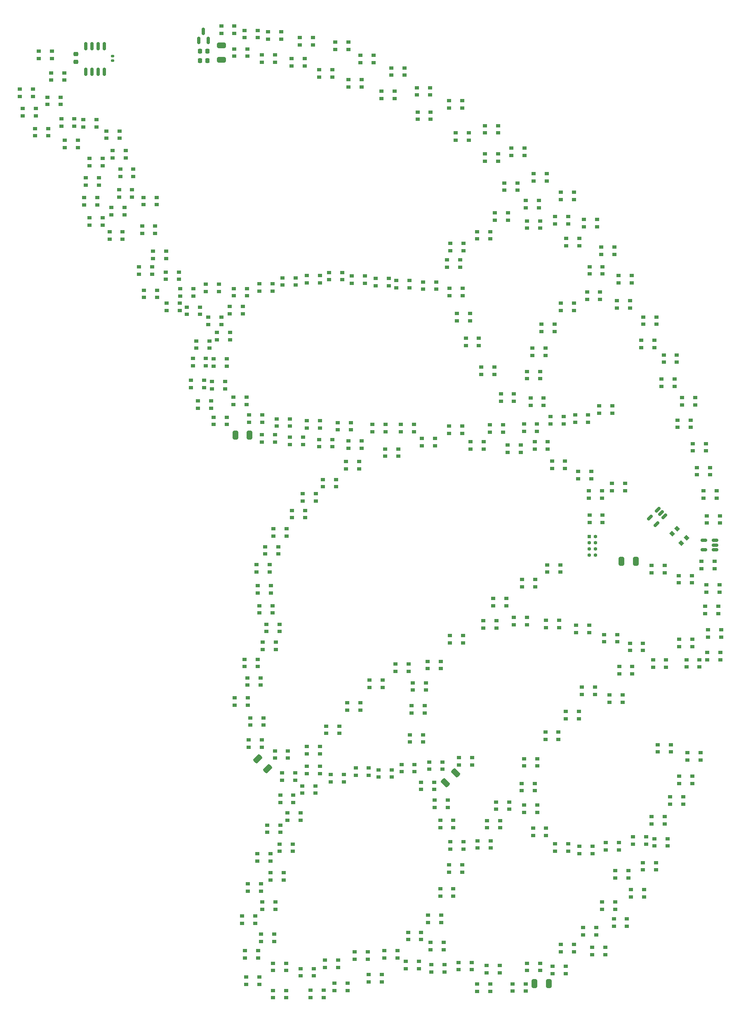
<source format=gbr>
%TF.GenerationSoftware,KiCad,Pcbnew,(6.99.0-3809-g2741d0eb4b)*%
%TF.CreationDate,2022-10-21T00:36:24-04:00*%
%TF.ProjectId,PortWing,506f7274-5769-46e6-972e-6b696361645f,rev?*%
%TF.SameCoordinates,Original*%
%TF.FileFunction,Paste,Top*%
%TF.FilePolarity,Positive*%
%FSLAX46Y46*%
G04 Gerber Fmt 4.6, Leading zero omitted, Abs format (unit mm)*
G04 Created by KiCad (PCBNEW (6.99.0-3809-g2741d0eb4b)) date 2022-10-21 00:36:24*
%MOMM*%
%LPD*%
G01*
G04 APERTURE LIST*
G04 Aperture macros list*
%AMRoundRect*
0 Rectangle with rounded corners*
0 $1 Rounding radius*
0 $2 $3 $4 $5 $6 $7 $8 $9 X,Y pos of 4 corners*
0 Add a 4 corners polygon primitive as box body*
4,1,4,$2,$3,$4,$5,$6,$7,$8,$9,$2,$3,0*
0 Add four circle primitives for the rounded corners*
1,1,$1+$1,$2,$3*
1,1,$1+$1,$4,$5*
1,1,$1+$1,$6,$7*
1,1,$1+$1,$8,$9*
0 Add four rect primitives between the rounded corners*
20,1,$1+$1,$2,$3,$4,$5,0*
20,1,$1+$1,$4,$5,$6,$7,0*
20,1,$1+$1,$6,$7,$8,$9,0*
20,1,$1+$1,$8,$9,$2,$3,0*%
%AMRotRect*
0 Rectangle, with rotation*
0 The origin of the aperture is its center*
0 $1 length*
0 $2 width*
0 $3 Rotation angle, in degrees counterclockwise*
0 Add horizontal line*
21,1,$1,$2,0,0,$3*%
G04 Aperture macros list end*
%ADD10R,0.900000X0.750000*%
%ADD11RotRect,0.900000X0.750000X135.000000*%
%ADD12R,0.750000X0.750000*%
%ADD13O,0.750000X0.750000*%
%ADD14RoundRect,0.250000X-0.650000X0.325000X-0.650000X-0.325000X0.650000X-0.325000X0.650000X0.325000X0*%
%ADD15RoundRect,0.150000X0.256326X0.468458X-0.468458X-0.256326X-0.256326X-0.468458X0.468458X0.256326X0*%
%ADD16RoundRect,0.150000X0.150000X-0.587500X0.150000X0.587500X-0.150000X0.587500X-0.150000X-0.587500X0*%
%ADD17RoundRect,0.225000X0.250000X-0.225000X0.250000X0.225000X-0.250000X0.225000X-0.250000X-0.225000X0*%
%ADD18RoundRect,0.250000X-0.325000X-0.650000X0.325000X-0.650000X0.325000X0.650000X-0.325000X0.650000X0*%
%ADD19RoundRect,0.250000X-0.229810X0.689429X-0.689429X0.229810X0.229810X-0.689429X0.689429X-0.229810X0*%
%ADD20RoundRect,0.250000X0.325000X0.650000X-0.325000X0.650000X-0.325000X-0.650000X0.325000X-0.650000X0*%
%ADD21RoundRect,0.150000X0.150000X-0.675000X0.150000X0.675000X-0.150000X0.675000X-0.150000X-0.675000X0*%
%ADD22RoundRect,0.150000X0.512500X0.150000X-0.512500X0.150000X-0.512500X-0.150000X0.512500X-0.150000X0*%
%ADD23RoundRect,0.140000X-0.170000X0.140000X-0.170000X-0.140000X0.170000X-0.140000X0.170000X0.140000X0*%
%ADD24RoundRect,0.250000X0.689429X0.229810X0.229810X0.689429X-0.689429X-0.229810X-0.229810X-0.689429X0*%
%ADD25RoundRect,0.225000X0.225000X0.250000X-0.225000X0.250000X-0.225000X-0.250000X0.225000X-0.250000X0*%
G04 APERTURE END LIST*
D10*
%TO.C,D187*%
X-273049999Y-1749999D03*
X-273049999Y-3249999D03*
X-270349999Y-3249999D03*
X-270349999Y-1749999D03*
%TD*%
%TO.C,D213*%
X-281508892Y-55676392D03*
X-281508892Y-57176392D03*
X-278808892Y-57176392D03*
X-278808892Y-55676392D03*
%TD*%
%TO.C,D37*%
X-205008892Y-194776392D03*
X-205008892Y-196276392D03*
X-202308892Y-196276392D03*
X-202308892Y-194776392D03*
%TD*%
%TO.C,D94*%
X-233708892Y-136576392D03*
X-233708892Y-138076392D03*
X-231008892Y-138076392D03*
X-231008892Y-136576392D03*
%TD*%
%TO.C,D241*%
X-249149999Y-83149999D03*
X-249149999Y-84649999D03*
X-246449999Y-84649999D03*
X-246449999Y-83149999D03*
%TD*%
%TO.C,D199*%
X-293799999Y-31099999D03*
X-293799999Y-32599999D03*
X-291099999Y-32599999D03*
X-291099999Y-31099999D03*
%TD*%
%TO.C,D102*%
X-262049999Y-150549999D03*
X-262049999Y-152049999D03*
X-259349999Y-152049999D03*
X-259349999Y-150549999D03*
%TD*%
%TO.C,D78*%
X-229249999Y-160649999D03*
X-229249999Y-162149999D03*
X-226549999Y-162149999D03*
X-226549999Y-160649999D03*
%TD*%
%TO.C,D216*%
X-280108892Y-59449999D03*
X-280108892Y-60949999D03*
X-277408892Y-60949999D03*
X-277408892Y-59449999D03*
%TD*%
%TO.C,D30*%
X-192149999Y-175149999D03*
X-192149999Y-176649999D03*
X-189449999Y-176649999D03*
X-189449999Y-175149999D03*
%TD*%
%TO.C,D82*%
X-228099999Y-178899999D03*
X-228099999Y-180399999D03*
X-225399999Y-180399999D03*
X-225399999Y-178899999D03*
%TD*%
%TO.C,D153*%
X-176208892Y-87476392D03*
X-176208892Y-88976392D03*
X-173508892Y-88976392D03*
X-173508892Y-87476392D03*
%TD*%
%TO.C,D12*%
X-198999999Y-137499999D03*
X-198999999Y-138999999D03*
X-196299999Y-138999999D03*
X-196299999Y-137499999D03*
%TD*%
%TO.C,D47*%
X-239549999Y-191599999D03*
X-239549999Y-193099999D03*
X-236849999Y-193099999D03*
X-236849999Y-191599999D03*
%TD*%
%TO.C,D45*%
X-234699999Y-187799999D03*
X-234699999Y-189299999D03*
X-231999999Y-189299999D03*
X-231999999Y-187799999D03*
%TD*%
%TO.C,D233*%
X-224649999Y-60749999D03*
X-224649999Y-62249999D03*
X-221949999Y-62249999D03*
X-221949999Y-60749999D03*
%TD*%
%TO.C,D253*%
X-274608892Y-70076392D03*
X-274608892Y-71576392D03*
X-271908892Y-71576392D03*
X-271908892Y-70076392D03*
%TD*%
%TO.C,D107*%
X-268249999Y-131749999D03*
X-268249999Y-133249999D03*
X-265549999Y-133249999D03*
X-265549999Y-131749999D03*
%TD*%
%TO.C,D152*%
X-179349999Y-82649999D03*
X-179349999Y-84149999D03*
X-176649999Y-84149999D03*
X-176649999Y-82649999D03*
%TD*%
%TO.C,D196*%
X-305199999Y-25199999D03*
X-305199999Y-26699999D03*
X-302499999Y-26699999D03*
X-302499999Y-25199999D03*
%TD*%
%TO.C,D159*%
X-195049999Y-47149999D03*
X-195049999Y-48649999D03*
X-192349999Y-48649999D03*
X-192349999Y-47149999D03*
%TD*%
%TO.C,D85*%
X-218449999Y-164849999D03*
X-218449999Y-166349999D03*
X-215749999Y-166349999D03*
X-215749999Y-164849999D03*
%TD*%
%TO.C,D53*%
X-256749999Y-195249999D03*
X-256749999Y-196749999D03*
X-254049999Y-196749999D03*
X-254049999Y-195249999D03*
%TD*%
%TO.C,D20*%
X-199549999Y-170149999D03*
X-199549999Y-171649999D03*
X-196849999Y-171649999D03*
X-196849999Y-170149999D03*
%TD*%
%TO.C,D206*%
X-300099999Y-41099999D03*
X-300099999Y-42599999D03*
X-297399999Y-42599999D03*
X-297399999Y-41099999D03*
%TD*%
%TO.C,D251*%
X-279249999Y-74499999D03*
X-279249999Y-75999999D03*
X-276549999Y-75999999D03*
X-276549999Y-74499999D03*
%TD*%
%TO.C,D170*%
X-218899999Y-22199999D03*
X-218899999Y-23699999D03*
X-216199999Y-23699999D03*
X-216199999Y-22199999D03*
%TD*%
%TO.C,D165*%
X-203349999Y-35899999D03*
X-203349999Y-37399999D03*
X-200649999Y-37399999D03*
X-200649999Y-35899999D03*
%TD*%
%TO.C,D116*%
X-256349999Y-97749999D03*
X-256349999Y-99249999D03*
X-253649999Y-99249999D03*
X-253649999Y-97749999D03*
%TD*%
%TO.C,D119*%
X-226249999Y-83849999D03*
X-226249999Y-85349999D03*
X-223549999Y-85349999D03*
X-223549999Y-83849999D03*
%TD*%
%TO.C,D62*%
X-262949999Y-175549999D03*
X-262949999Y-177049999D03*
X-260249999Y-177049999D03*
X-260249999Y-175549999D03*
%TD*%
%TO.C,D249*%
X-274649999Y-82049999D03*
X-274649999Y-83549999D03*
X-271949999Y-83549999D03*
X-271949999Y-82049999D03*
%TD*%
%TO.C,D86*%
X-216649999Y-161049999D03*
X-216649999Y-162549999D03*
X-213949999Y-162549999D03*
X-213949999Y-161049999D03*
%TD*%
%TO.C,D44*%
X-230108892Y-189876392D03*
X-230108892Y-191376392D03*
X-227408892Y-191376392D03*
X-227408892Y-189876392D03*
%TD*%
%TO.C,D14*%
X-206508892Y-146676392D03*
X-206508892Y-148176392D03*
X-203808892Y-148176392D03*
X-203808892Y-146676392D03*
%TD*%
%TO.C,D76*%
X-230349999Y-152849999D03*
X-230349999Y-154349999D03*
X-227649999Y-154349999D03*
X-227649999Y-152849999D03*
%TD*%
%TO.C,D68*%
X-256449999Y-157749999D03*
X-256449999Y-159249999D03*
X-253749999Y-159249999D03*
X-253749999Y-157749999D03*
%TD*%
%TO.C,D66*%
X-259499999Y-163299999D03*
X-259499999Y-164799999D03*
X-256799999Y-164799999D03*
X-256799999Y-163299999D03*
%TD*%
%TO.C,D163*%
X-210249999Y-41749999D03*
X-210249999Y-43249999D03*
X-207549999Y-43249999D03*
X-207549999Y-41749999D03*
%TD*%
%TO.C,D61*%
X-267608892Y-177876392D03*
X-267608892Y-179376392D03*
X-264908892Y-179376392D03*
X-264908892Y-177876392D03*
%TD*%
%TO.C,D195*%
X-301399999Y-20999999D03*
X-301399999Y-22499999D03*
X-298699999Y-22499999D03*
X-298699999Y-20999999D03*
%TD*%
%TO.C,D115*%
X-258499999Y-101199999D03*
X-258499999Y-102699999D03*
X-255799999Y-102699999D03*
X-255799999Y-101199999D03*
%TD*%
%TO.C,D96*%
X-234349999Y-147249999D03*
X-234349999Y-148749999D03*
X-231649999Y-148749999D03*
X-231649999Y-147249999D03*
%TD*%
%TO.C,D227*%
X-231608892Y-54276392D03*
X-231608892Y-55776392D03*
X-228908892Y-55776392D03*
X-228908892Y-54276392D03*
%TD*%
%TO.C,D9*%
X-189149999Y-128449999D03*
X-189149999Y-129949999D03*
X-186449999Y-129949999D03*
X-186449999Y-128449999D03*
%TD*%
%TO.C,D124*%
X-208708892Y-87076392D03*
X-208708892Y-88576392D03*
X-206008892Y-88576392D03*
X-206008892Y-87076392D03*
%TD*%
%TO.C,D70*%
X-255499999Y-153699999D03*
X-255499999Y-155199999D03*
X-252799999Y-155199999D03*
X-252799999Y-153699999D03*
%TD*%
%TO.C,D198*%
X-295399999Y-27299999D03*
X-295399999Y-28799999D03*
X-292699999Y-28799999D03*
X-292699999Y-27299999D03*
%TD*%
%TO.C,D226*%
X-237108892Y-53976392D03*
X-237108892Y-55476392D03*
X-234408892Y-55476392D03*
X-234408892Y-53976392D03*
%TD*%
%TO.C,D92*%
X-226099999Y-126899999D03*
X-226099999Y-128399999D03*
X-223399999Y-128399999D03*
X-223399999Y-126899999D03*
%TD*%
%TO.C,D125*%
X-205149999Y-91049999D03*
X-205149999Y-92549999D03*
X-202449999Y-92549999D03*
X-202449999Y-91049999D03*
%TD*%
%TO.C,D230*%
X-220549999Y-43949999D03*
X-220549999Y-45449999D03*
X-217849999Y-45449999D03*
X-217849999Y-43949999D03*
%TD*%
%TO.C,D120*%
X-221908892Y-87076392D03*
X-221908892Y-88576392D03*
X-219208892Y-88576392D03*
X-219208892Y-87076392D03*
%TD*%
%TO.C,D100*%
X-251508892Y-145476392D03*
X-251508892Y-146976392D03*
X-248808892Y-146976392D03*
X-248808892Y-145476392D03*
%TD*%
%TO.C,D74*%
X-236049999Y-153349999D03*
X-236049999Y-154849999D03*
X-233349999Y-154849999D03*
X-233349999Y-153349999D03*
%TD*%
%TO.C,D3*%
X-173708892Y-120876392D03*
X-173708892Y-122376392D03*
X-171008892Y-122376392D03*
X-171008892Y-120876392D03*
%TD*%
%TO.C,D228*%
X-226708892Y-49776392D03*
X-226708892Y-51276392D03*
X-224008892Y-51276392D03*
X-224008892Y-49776392D03*
%TD*%
%TO.C,D72*%
X-245449999Y-154049999D03*
X-245449999Y-155549999D03*
X-242749999Y-155549999D03*
X-242749999Y-154049999D03*
%TD*%
%TO.C,D98*%
X-242649999Y-136049999D03*
X-242649999Y-137549999D03*
X-239949999Y-137549999D03*
X-239949999Y-136049999D03*
%TD*%
%TO.C,D190*%
X-308749999Y-16349999D03*
X-308749999Y-17849999D03*
X-306049999Y-17849999D03*
X-306049999Y-16349999D03*
%TD*%
%TO.C,D193*%
X-311299999Y-22799999D03*
X-311299999Y-24299999D03*
X-308599999Y-24299999D03*
X-308599999Y-22799999D03*
%TD*%
%TO.C,D54*%
X-262449999Y-199749999D03*
X-262449999Y-201249999D03*
X-259749999Y-201249999D03*
X-259749999Y-199749999D03*
%TD*%
%TO.C,D22*%
X-188508892Y-168176392D03*
X-188508892Y-169676392D03*
X-185808892Y-169676392D03*
X-185808892Y-168176392D03*
%TD*%
%TO.C,D154*%
X-175408892Y-92376392D03*
X-175408892Y-93876392D03*
X-172708892Y-93876392D03*
X-172708892Y-92376392D03*
%TD*%
%TO.C,D239*%
X-247449999Y-91149999D03*
X-247449999Y-92649999D03*
X-244749999Y-92649999D03*
X-244749999Y-91149999D03*
%TD*%
%TO.C,D81*%
X-226249999Y-173949999D03*
X-226249999Y-175449999D03*
X-223549999Y-175449999D03*
X-223549999Y-173949999D03*
%TD*%
%TO.C,D242*%
X-252908892Y-86623606D03*
X-252908892Y-88123606D03*
X-250208892Y-88123606D03*
X-250208892Y-86623606D03*
%TD*%
%TO.C,D48*%
X-245649999Y-191849999D03*
X-245649999Y-193349999D03*
X-242949999Y-193349999D03*
X-242949999Y-191849999D03*
%TD*%
%TO.C,D135*%
X-197449999Y-102149999D03*
X-197449999Y-103649999D03*
X-194749999Y-103649999D03*
X-194749999Y-102149999D03*
%TD*%
%TO.C,D79*%
X-228099999Y-164799999D03*
X-228099999Y-166299999D03*
X-225399999Y-166299999D03*
X-225399999Y-164799999D03*
%TD*%
%TO.C,D10*%
X-191349999Y-133249999D03*
X-191349999Y-134749999D03*
X-188649999Y-134749999D03*
X-188649999Y-133249999D03*
%TD*%
%TO.C,D128*%
X-192849999Y-95649999D03*
X-192849999Y-97149999D03*
X-190149999Y-97149999D03*
X-190149999Y-95649999D03*
%TD*%
%TO.C,D237*%
X-239408892Y-88576392D03*
X-239408892Y-90076392D03*
X-236708892Y-90076392D03*
X-236708892Y-88576392D03*
%TD*%
%TO.C,D21*%
X-194108892Y-169376392D03*
X-194108892Y-170876392D03*
X-191408892Y-170876392D03*
X-191408892Y-169376392D03*
%TD*%
%TO.C,D164*%
X-210549999Y-37549999D03*
X-210549999Y-39049999D03*
X-207849999Y-39049999D03*
X-207849999Y-37549999D03*
%TD*%
%TO.C,D246*%
X-267349999Y-81576392D03*
X-267349999Y-83076392D03*
X-264649999Y-83076392D03*
X-264649999Y-81576392D03*
%TD*%
%TO.C,D185*%
X-268249999Y-2649999D03*
X-268249999Y-4149999D03*
X-265549999Y-4149999D03*
X-265549999Y-2649999D03*
%TD*%
%TO.C,D197*%
X-296599999Y-23299999D03*
X-296599999Y-24799999D03*
X-293899999Y-24799999D03*
X-293899999Y-23299999D03*
%TD*%
%TO.C,D11*%
X-193349999Y-139049999D03*
X-193349999Y-140549999D03*
X-190649999Y-140549999D03*
X-190649999Y-139049999D03*
%TD*%
%TO.C,D28*%
X-184108892Y-168576392D03*
X-184108892Y-170076392D03*
X-181408892Y-170076392D03*
X-181408892Y-168576392D03*
%TD*%
%TO.C,D220*%
X-265249999Y-54649999D03*
X-265249999Y-56149999D03*
X-262549999Y-56149999D03*
X-262549999Y-54649999D03*
%TD*%
%TO.C,D8*%
X-184408892Y-131876392D03*
X-184408892Y-133376392D03*
X-181708892Y-133376392D03*
X-181708892Y-131876392D03*
%TD*%
%TO.C,D2*%
X-174449999Y-111649999D03*
X-174449999Y-113149999D03*
X-171749999Y-113149999D03*
X-171749999Y-111649999D03*
%TD*%
D11*
%TO.C,D129*%
X-179424263Y-104915075D03*
X-180484923Y-105975735D03*
X-178575735Y-107884923D03*
X-177515075Y-106824263D03*
%TD*%
D10*
%TO.C,D158*%
X-197449999Y-51149999D03*
X-197449999Y-52649999D03*
X-194749999Y-52649999D03*
X-194749999Y-51149999D03*
%TD*%
%TO.C,D59*%
X-268749999Y-184449999D03*
X-268749999Y-185949999D03*
X-266049999Y-185949999D03*
X-266049999Y-184449999D03*
%TD*%
%TO.C,D248*%
X-270549999Y-77949999D03*
X-270549999Y-79449999D03*
X-267849999Y-79449999D03*
X-267849999Y-77949999D03*
%TD*%
%TO.C,D252*%
X-274949999Y-74749999D03*
X-274949999Y-76249999D03*
X-272249999Y-76249999D03*
X-272249999Y-74749999D03*
%TD*%
%TO.C,D167*%
X-214908892Y-33976392D03*
X-214908892Y-35476392D03*
X-212208892Y-35476392D03*
X-212208892Y-33976392D03*
%TD*%
%TO.C,D238*%
X-242049999Y-83549999D03*
X-242049999Y-85049999D03*
X-239349999Y-85049999D03*
X-239349999Y-83549999D03*
%TD*%
%TO.C,D4*%
X-173108892Y-125676392D03*
X-173108892Y-127176392D03*
X-170408892Y-127176392D03*
X-170408892Y-125676392D03*
%TD*%
%TO.C,D137*%
X-200408892Y-81576392D03*
X-200408892Y-83076392D03*
X-197708892Y-83076392D03*
X-197708892Y-81576392D03*
%TD*%
%TO.C,D139*%
X-209549999Y-78149999D03*
X-209549999Y-79649999D03*
X-206849999Y-79649999D03*
X-206849999Y-78149999D03*
%TD*%
%TO.C,D121*%
X-217899999Y-83599999D03*
X-217899999Y-85099999D03*
X-215199999Y-85099999D03*
X-215199999Y-83599999D03*
%TD*%
%TO.C,D31*%
X-188949999Y-179049999D03*
X-188949999Y-180549999D03*
X-186249999Y-180549999D03*
X-186249999Y-179049999D03*
%TD*%
%TO.C,D182*%
X-258649999Y-8449999D03*
X-258649999Y-9949999D03*
X-255949999Y-9949999D03*
X-255949999Y-8449999D03*
%TD*%
%TO.C,D250*%
X-277799999Y-78699999D03*
X-277799999Y-80199999D03*
X-275099999Y-80199999D03*
X-275099999Y-78699999D03*
%TD*%
%TO.C,D123*%
X-210908892Y-83476392D03*
X-210908892Y-84976392D03*
X-208208892Y-84976392D03*
X-208208892Y-83476392D03*
%TD*%
%TO.C,D243*%
X-255499999Y-82799999D03*
X-255499999Y-84299999D03*
X-252799999Y-84299999D03*
X-252799999Y-82799999D03*
%TD*%
%TO.C,D247*%
X-264749999Y-85649999D03*
X-264749999Y-87149999D03*
X-262049999Y-87149999D03*
X-262049999Y-85649999D03*
%TD*%
%TO.C,D113*%
X-264049999Y-108649999D03*
X-264049999Y-110149999D03*
X-261349999Y-110149999D03*
X-261349999Y-108649999D03*
%TD*%
%TO.C,D245*%
X-261699999Y-82399999D03*
X-261699999Y-83899999D03*
X-258999999Y-83899999D03*
X-258999999Y-82399999D03*
%TD*%
%TO.C,D26*%
X-177349999Y-150949999D03*
X-177349999Y-152449999D03*
X-174649999Y-152449999D03*
X-174649999Y-150949999D03*
%TD*%
%TO.C,D39*%
X-213199999Y-198399999D03*
X-213199999Y-199899999D03*
X-210499999Y-199899999D03*
X-210499999Y-198399999D03*
%TD*%
%TO.C,D105*%
X-270308892Y-139676392D03*
X-270308892Y-141176392D03*
X-267608892Y-141176392D03*
X-267608892Y-139676392D03*
%TD*%
%TO.C,D209*%
X-287099999Y-47999999D03*
X-287099999Y-49499999D03*
X-284399999Y-49499999D03*
X-284399999Y-47999999D03*
%TD*%
%TO.C,D210*%
X-289908892Y-51176392D03*
X-289908892Y-52676392D03*
X-287208892Y-52676392D03*
X-287208892Y-51176392D03*
%TD*%
%TO.C,D192*%
X-313799999Y-18699999D03*
X-313799999Y-20199999D03*
X-311099999Y-20199999D03*
X-311099999Y-18699999D03*
%TD*%
%TO.C,D57*%
X-268208892Y-191576392D03*
X-268208892Y-193076392D03*
X-265508892Y-193076392D03*
X-265508892Y-191576392D03*
%TD*%
%TO.C,D244*%
X-258949999Y-86149999D03*
X-258949999Y-87649999D03*
X-256249999Y-87649999D03*
X-256249999Y-86149999D03*
%TD*%
%TO.C,D171*%
X-224899999Y-23699999D03*
X-224899999Y-25199999D03*
X-222199999Y-25199999D03*
X-222199999Y-23699999D03*
%TD*%
%TO.C,D63*%
X-265649999Y-171649999D03*
X-265649999Y-173149999D03*
X-262949999Y-173149999D03*
X-262949999Y-171649999D03*
%TD*%
%TO.C,D136*%
X-205449999Y-81949999D03*
X-205449999Y-83449999D03*
X-202749999Y-83449999D03*
X-202749999Y-81949999D03*
%TD*%
%TO.C,D219*%
X-270449999Y-55649999D03*
X-270449999Y-57149999D03*
X-267749999Y-57149999D03*
X-267749999Y-55649999D03*
%TD*%
%TO.C,D93*%
X-230708892Y-132176392D03*
X-230708892Y-133676392D03*
X-228008892Y-133676392D03*
X-228008892Y-132176392D03*
%TD*%
%TO.C,D134*%
X-217208892Y-119276392D03*
X-217208892Y-120776392D03*
X-214508892Y-120776392D03*
X-214508892Y-119276392D03*
%TD*%
%TO.C,D17*%
X-210899999Y-161699999D03*
X-210899999Y-163199999D03*
X-208199999Y-163199999D03*
X-208199999Y-161699999D03*
%TD*%
%TO.C,D34*%
X-198749999Y-186849999D03*
X-198749999Y-188349999D03*
X-196049999Y-188349999D03*
X-196049999Y-186849999D03*
%TD*%
%TO.C,D177*%
X-244449999Y-7749999D03*
X-244449999Y-9249999D03*
X-241749999Y-9249999D03*
X-241749999Y-7749999D03*
%TD*%
%TO.C,D88*%
X-200208892Y-124776392D03*
X-200208892Y-126276392D03*
X-197508892Y-126276392D03*
X-197508892Y-124776392D03*
%TD*%
%TO.C,D84*%
X-220399999Y-168999999D03*
X-220399999Y-170499999D03*
X-217699999Y-170499999D03*
X-217699999Y-168999999D03*
%TD*%
%TO.C,D240*%
X-246949999Y-86949999D03*
X-246949999Y-88449999D03*
X-244249999Y-88449999D03*
X-244249999Y-86949999D03*
%TD*%
%TO.C,D90*%
X-213008892Y-123176392D03*
X-213008892Y-124676392D03*
X-210308892Y-124676392D03*
X-210308892Y-123176392D03*
%TD*%
%TO.C,D126*%
X-199799999Y-93199999D03*
X-199799999Y-94699999D03*
X-197099999Y-94699999D03*
X-197099999Y-93199999D03*
%TD*%
%TO.C,D229*%
X-226049999Y-46349999D03*
X-226049999Y-47849999D03*
X-223349999Y-47849999D03*
X-223349999Y-46349999D03*
%TD*%
%TO.C,D109*%
X-263749999Y-124549999D03*
X-263749999Y-126049999D03*
X-261049999Y-126049999D03*
X-261049999Y-124549999D03*
%TD*%
%TO.C,D87*%
X-194408892Y-126676392D03*
X-194408892Y-128176392D03*
X-191708892Y-128176392D03*
X-191708892Y-126676392D03*
%TD*%
%TO.C,D189*%
X-310499999Y-6899999D03*
X-310499999Y-8399999D03*
X-307799999Y-8399999D03*
X-307799999Y-6899999D03*
%TD*%
%TO.C,D24*%
X-180908892Y-159976392D03*
X-180908892Y-161476392D03*
X-178208892Y-161476392D03*
X-178208892Y-159976392D03*
%TD*%
%TO.C,D256*%
X-273949999Y-64649999D03*
X-273949999Y-66149999D03*
X-271249999Y-66149999D03*
X-271249999Y-64649999D03*
%TD*%
%TO.C,D207*%
X-295999999Y-43999999D03*
X-295999999Y-45499999D03*
X-293299999Y-45499999D03*
X-293299999Y-43999999D03*
%TD*%
%TO.C,D95*%
X-233999999Y-141299999D03*
X-233999999Y-142799999D03*
X-231299999Y-142799999D03*
X-231299999Y-141299999D03*
%TD*%
%TO.C,D106*%
X-267708892Y-135576392D03*
X-267708892Y-137076392D03*
X-265008892Y-137076392D03*
X-265008892Y-135576392D03*
%TD*%
%TO.C,D208*%
X-289308892Y-42823606D03*
X-289308892Y-44323606D03*
X-286608892Y-44323606D03*
X-286608892Y-42823606D03*
%TD*%
%TO.C,D205*%
X-295599999Y-38999999D03*
X-295599999Y-40499999D03*
X-292899999Y-40499999D03*
X-292899999Y-38999999D03*
%TD*%
%TO.C,D77*%
X-224249999Y-151949999D03*
X-224249999Y-153449999D03*
X-221549999Y-153449999D03*
X-221549999Y-151949999D03*
%TD*%
%TO.C,D215*%
X-276249999Y-54749999D03*
X-276249999Y-56249999D03*
X-273549999Y-56249999D03*
X-273549999Y-54749999D03*
%TD*%
%TO.C,D19*%
X-204549999Y-169649999D03*
X-204549999Y-171149999D03*
X-201849999Y-171149999D03*
X-201849999Y-169649999D03*
%TD*%
%TO.C,D168*%
X-213499999Y-26799999D03*
X-213499999Y-28299999D03*
X-210799999Y-28299999D03*
X-210799999Y-26799999D03*
%TD*%
%TO.C,D49*%
X-242799999Y-196499999D03*
X-242799999Y-197999999D03*
X-240099999Y-197999999D03*
X-240099999Y-196499999D03*
%TD*%
%TO.C,D52*%
X-254699999Y-199699999D03*
X-254699999Y-201199999D03*
X-251999999Y-201199999D03*
X-251999999Y-199699999D03*
%TD*%
%TO.C,D186*%
X-270349999Y-6449999D03*
X-270349999Y-7949999D03*
X-267649999Y-7949999D03*
X-267649999Y-6449999D03*
%TD*%
%TO.C,D103*%
X-267399999Y-148299999D03*
X-267399999Y-149799999D03*
X-264699999Y-149799999D03*
X-264699999Y-148299999D03*
%TD*%
%TO.C,D89*%
X-206349999Y-123749999D03*
X-206349999Y-125249999D03*
X-203649999Y-125249999D03*
X-203649999Y-123749999D03*
%TD*%
%TO.C,D183*%
X-264708892Y-7676392D03*
X-264708892Y-9176392D03*
X-262008892Y-9176392D03*
X-262008892Y-7676392D03*
%TD*%
%TO.C,D222*%
X-255449999Y-52949999D03*
X-255449999Y-54449999D03*
X-252749999Y-54449999D03*
X-252749999Y-52949999D03*
%TD*%
%TO.C,D156*%
X-173349999Y-102299999D03*
X-173349999Y-103799999D03*
X-170649999Y-103799999D03*
X-170649999Y-102299999D03*
%TD*%
%TO.C,D147*%
X-186408892Y-61476392D03*
X-186408892Y-62976392D03*
X-183708892Y-62976392D03*
X-183708892Y-61476392D03*
%TD*%
%TO.C,D71*%
X-250549999Y-155399999D03*
X-250549999Y-156899999D03*
X-247849999Y-156899999D03*
X-247849999Y-155399999D03*
%TD*%
%TO.C,D56*%
X-267949999Y-196999999D03*
X-267949999Y-198499999D03*
X-265249999Y-198499999D03*
X-265249999Y-196999999D03*
%TD*%
%TO.C,D235*%
X-219699999Y-71799999D03*
X-219699999Y-73299999D03*
X-216999999Y-73299999D03*
X-216999999Y-71799999D03*
%TD*%
%TO.C,D27*%
X-183408892Y-149276392D03*
X-183408892Y-150776392D03*
X-180708892Y-150776392D03*
X-180708892Y-149276392D03*
%TD*%
%TO.C,D133*%
X-211308892Y-115376392D03*
X-211308892Y-116876392D03*
X-208608892Y-116876392D03*
X-208608892Y-115376392D03*
%TD*%
%TO.C,D144*%
X-203308892Y-58676392D03*
X-203308892Y-60176392D03*
X-200608892Y-60176392D03*
X-200608892Y-58676392D03*
%TD*%
%TO.C,D73*%
X-240749999Y-154449999D03*
X-240749999Y-155949999D03*
X-238049999Y-155949999D03*
X-238049999Y-154449999D03*
%TD*%
%TO.C,D176*%
X-240149999Y-15149999D03*
X-240149999Y-16649999D03*
X-237449999Y-16649999D03*
X-237449999Y-15149999D03*
%TD*%
%TO.C,D254*%
X-278899999Y-69999999D03*
X-278899999Y-71499999D03*
X-276199999Y-71499999D03*
X-276199999Y-69999999D03*
%TD*%
%TO.C,D174*%
X-232899999Y-14399999D03*
X-232899999Y-15899999D03*
X-230199999Y-15899999D03*
X-230199999Y-14399999D03*
%TD*%
%TO.C,D97*%
X-237249999Y-132749999D03*
X-237249999Y-134249999D03*
X-234549999Y-134249999D03*
X-234549999Y-132749999D03*
%TD*%
%TO.C,D6*%
X-179008892Y-127676392D03*
X-179008892Y-129176392D03*
X-176308892Y-129176392D03*
X-176308892Y-127676392D03*
%TD*%
%TO.C,D146*%
X-191849999Y-58149999D03*
X-191849999Y-59649999D03*
X-189149999Y-59649999D03*
X-189149999Y-58149999D03*
%TD*%
%TO.C,D67*%
X-260949999Y-159649999D03*
X-260949999Y-161149999D03*
X-258249999Y-161149999D03*
X-258249999Y-159649999D03*
%TD*%
%TO.C,D150*%
X-182649999Y-74249999D03*
X-182649999Y-75749999D03*
X-179949999Y-75749999D03*
X-179949999Y-74249999D03*
%TD*%
%TO.C,D15*%
X-210849999Y-152149999D03*
X-210849999Y-153649999D03*
X-208149999Y-153649999D03*
X-208149999Y-152149999D03*
%TD*%
%TO.C,D202*%
X-301199999Y-36999999D03*
X-301199999Y-38499999D03*
X-298499999Y-38499999D03*
X-298499999Y-36999999D03*
%TD*%
%TO.C,D118*%
X-231899999Y-86399999D03*
X-231899999Y-87899999D03*
X-229199999Y-87899999D03*
X-229199999Y-86399999D03*
%TD*%
%TO.C,D80*%
X-225999999Y-169199999D03*
X-225999999Y-170699999D03*
X-223299999Y-170699999D03*
X-223299999Y-169199999D03*
%TD*%
%TO.C,D221*%
X-260449999Y-53449999D03*
X-260449999Y-54949999D03*
X-257749999Y-54949999D03*
X-257749999Y-53449999D03*
%TD*%
%TO.C,D13*%
X-202349999Y-142449999D03*
X-202349999Y-143949999D03*
X-199649999Y-143949999D03*
X-199649999Y-142449999D03*
%TD*%
%TO.C,D155*%
X-174008892Y-97176392D03*
X-174008892Y-98676392D03*
X-171308892Y-98676392D03*
X-171308892Y-97176392D03*
%TD*%
%TO.C,D217*%
X-275749999Y-61549999D03*
X-275749999Y-63049999D03*
X-273049999Y-63049999D03*
X-273049999Y-61549999D03*
%TD*%
%TO.C,D141*%
X-210249999Y-72649999D03*
X-210249999Y-74149999D03*
X-207549999Y-74149999D03*
X-207549999Y-72649999D03*
%TD*%
%TO.C,D203*%
X-294049999Y-35349999D03*
X-294049999Y-36849999D03*
X-291349999Y-36849999D03*
X-291349999Y-35349999D03*
%TD*%
%TO.C,D65*%
X-263599999Y-165799999D03*
X-263599999Y-167299999D03*
X-260899999Y-167299999D03*
X-260899999Y-165799999D03*
%TD*%
%TO.C,D36*%
X-203308892Y-190276392D03*
X-203308892Y-191776392D03*
X-200608892Y-191776392D03*
X-200608892Y-190276392D03*
%TD*%
%TO.C,D145*%
X-197949999Y-56349999D03*
X-197949999Y-57849999D03*
X-195249999Y-57849999D03*
X-195249999Y-56349999D03*
%TD*%
%TO.C,D29*%
X-186499999Y-173499999D03*
X-186499999Y-174999999D03*
X-183799999Y-174999999D03*
X-183799999Y-173499999D03*
%TD*%
%TO.C,D101*%
X-255449999Y-149649999D03*
X-255449999Y-151149999D03*
X-252749999Y-151149999D03*
X-252749999Y-149649999D03*
%TD*%
%TO.C,D173*%
X-232749999Y-19399999D03*
X-232749999Y-20899999D03*
X-230049999Y-20899999D03*
X-230049999Y-19399999D03*
%TD*%
%TO.C,D223*%
X-250949999Y-52349999D03*
X-250949999Y-53849999D03*
X-248249999Y-53849999D03*
X-248249999Y-52349999D03*
%TD*%
%TO.C,D23*%
X-184708892Y-164076392D03*
X-184708892Y-165576392D03*
X-182008892Y-165576392D03*
X-182008892Y-164076392D03*
%TD*%
%TO.C,D138*%
X-195449999Y-79749999D03*
X-195449999Y-81249999D03*
X-192749999Y-81249999D03*
X-192749999Y-79749999D03*
%TD*%
%TO.C,D46*%
X-235149999Y-193749999D03*
X-235149999Y-195249999D03*
X-232449999Y-195249999D03*
X-232449999Y-193749999D03*
%TD*%
%TO.C,D108*%
X-264549999Y-128249999D03*
X-264549999Y-129749999D03*
X-261849999Y-129749999D03*
X-261849999Y-128249999D03*
%TD*%
%TO.C,D172*%
X-226249999Y-17049999D03*
X-226249999Y-18549999D03*
X-223549999Y-18549999D03*
X-223549999Y-17049999D03*
%TD*%
%TO.C,D166*%
X-208908892Y-32076392D03*
X-208908892Y-33576392D03*
X-206208892Y-33576392D03*
X-206208892Y-32076392D03*
%TD*%
%TO.C,D132*%
X-206108892Y-112376392D03*
X-206108892Y-113876392D03*
X-203408892Y-113876392D03*
X-203408892Y-112376392D03*
%TD*%
%TO.C,D55*%
X-262449999Y-194149999D03*
X-262449999Y-195649999D03*
X-259749999Y-195649999D03*
X-259749999Y-194149999D03*
%TD*%
%TO.C,D211*%
X-288908892Y-55976392D03*
X-288908892Y-57476392D03*
X-286208892Y-57476392D03*
X-286208892Y-55976392D03*
%TD*%
%TO.C,D50*%
X-249849999Y-198249999D03*
X-249849999Y-199749999D03*
X-247149999Y-199749999D03*
X-247149999Y-198249999D03*
%TD*%
%TO.C,D214*%
X-284249999Y-58649999D03*
X-284249999Y-60149999D03*
X-281549999Y-60149999D03*
X-281549999Y-58649999D03*
%TD*%
%TO.C,D60*%
X-264608892Y-181576392D03*
X-264608892Y-183076392D03*
X-261908892Y-183076392D03*
X-261908892Y-181576392D03*
%TD*%
%TO.C,D231*%
X-216908892Y-40076392D03*
X-216908892Y-41576392D03*
X-214208892Y-41576392D03*
X-214208892Y-40076392D03*
%TD*%
%TO.C,D179*%
X-249608892Y-5076392D03*
X-249608892Y-6576392D03*
X-246908892Y-6576392D03*
X-246908892Y-5076392D03*
%TD*%
%TO.C,D33*%
X-192449999Y-185049999D03*
X-192449999Y-186549999D03*
X-189749999Y-186549999D03*
X-189749999Y-185049999D03*
%TD*%
%TO.C,D232*%
X-226208892Y-55576392D03*
X-226208892Y-57076392D03*
X-223508892Y-57076392D03*
X-223508892Y-55576392D03*
%TD*%
%TO.C,D169*%
X-218908892Y-27976392D03*
X-218908892Y-29476392D03*
X-216208892Y-29476392D03*
X-216208892Y-27976392D03*
%TD*%
%TO.C,D212*%
X-284449999Y-52249999D03*
X-284449999Y-53749999D03*
X-281749999Y-53749999D03*
X-281749999Y-52249999D03*
%TD*%
%TO.C,D224*%
X-246249999Y-53049999D03*
X-246249999Y-54549999D03*
X-243549999Y-54549999D03*
X-243549999Y-53049999D03*
%TD*%
%TO.C,D5*%
X-173308892Y-130376392D03*
X-173308892Y-131876392D03*
X-170608892Y-131876392D03*
X-170608892Y-130376392D03*
%TD*%
%TO.C,D201*%
X-300899999Y-32899999D03*
X-300899999Y-34399999D03*
X-298199999Y-34399999D03*
X-298199999Y-32899999D03*
%TD*%
%TO.C,D43*%
X-229949999Y-194449999D03*
X-229949999Y-195949999D03*
X-227249999Y-195949999D03*
X-227249999Y-194449999D03*
%TD*%
%TO.C,D160*%
X-202208892Y-45376392D03*
X-202208892Y-46876392D03*
X-199508892Y-46876392D03*
X-199508892Y-45376392D03*
%TD*%
%TO.C,D175*%
X-238149999Y-10349999D03*
X-238149999Y-11849999D03*
X-235449999Y-11849999D03*
X-235449999Y-10349999D03*
%TD*%
%TO.C,D234*%
X-222849999Y-65849999D03*
X-222849999Y-67349999D03*
X-220149999Y-67349999D03*
X-220149999Y-65849999D03*
%TD*%
%TO.C,D114*%
X-262349999Y-104949999D03*
X-262349999Y-106449999D03*
X-259649999Y-106449999D03*
X-259649999Y-104949999D03*
%TD*%
%TO.C,D151*%
X-178449999Y-78049999D03*
X-178449999Y-79549999D03*
X-175749999Y-79549999D03*
X-175749999Y-78049999D03*
%TD*%
%TO.C,D140*%
X-215649999Y-77249999D03*
X-215649999Y-78749999D03*
X-212949999Y-78749999D03*
X-212949999Y-77249999D03*
%TD*%
%TO.C,D180*%
X-252949999Y-10699999D03*
X-252949999Y-12199999D03*
X-250249999Y-12199999D03*
X-250249999Y-10699999D03*
%TD*%
%TO.C,D149*%
X-182208892Y-69276392D03*
X-182208892Y-70776392D03*
X-179508892Y-70776392D03*
X-179508892Y-69276392D03*
%TD*%
%TO.C,D16*%
X-211349999Y-157249999D03*
X-211349999Y-158749999D03*
X-208649999Y-158749999D03*
X-208649999Y-157249999D03*
%TD*%
%TO.C,D122*%
X-214249999Y-87749999D03*
X-214249999Y-89249999D03*
X-211549999Y-89249999D03*
X-211549999Y-87749999D03*
%TD*%
%TO.C,D255*%
X-278199999Y-66399999D03*
X-278199999Y-67899999D03*
X-275499999Y-67899999D03*
X-275499999Y-66399999D03*
%TD*%
%TO.C,D157*%
X-191449999Y-52949999D03*
X-191449999Y-54449999D03*
X-188749999Y-54449999D03*
X-188749999Y-52949999D03*
%TD*%
%TO.C,D91*%
X-219249999Y-123849999D03*
X-219249999Y-125349999D03*
X-216549999Y-125349999D03*
X-216549999Y-123849999D03*
%TD*%
%TO.C,D58*%
X-264908892Y-188176392D03*
X-264908892Y-189676392D03*
X-262208892Y-189676392D03*
X-262208892Y-188176392D03*
%TD*%
%TO.C,D104*%
X-267108892Y-143776392D03*
X-267108892Y-145276392D03*
X-264408892Y-145276392D03*
X-264408892Y-143776392D03*
%TD*%
%TO.C,D41*%
X-220549999Y-198449999D03*
X-220549999Y-199949999D03*
X-217849999Y-199949999D03*
X-217849999Y-198449999D03*
%TD*%
%TO.C,D51*%
X-251749999Y-193549999D03*
X-251749999Y-195049999D03*
X-249049999Y-195049999D03*
X-249049999Y-193549999D03*
%TD*%
%TO.C,D40*%
X-218549999Y-194649999D03*
X-218549999Y-196149999D03*
X-215849999Y-196149999D03*
X-215849999Y-194649999D03*
%TD*%
%TO.C,D117*%
X-252149999Y-94849999D03*
X-252149999Y-96349999D03*
X-249449999Y-96349999D03*
X-249449999Y-94849999D03*
%TD*%
%TO.C,D142*%
X-209149999Y-67899999D03*
X-209149999Y-69399999D03*
X-206449999Y-69399999D03*
X-206449999Y-67899999D03*
%TD*%
%TO.C,D218*%
X-271349999Y-59349999D03*
X-271349999Y-60849999D03*
X-268649999Y-60849999D03*
X-268649999Y-59349999D03*
%TD*%
%TO.C,D42*%
X-224308892Y-193976392D03*
X-224308892Y-195476392D03*
X-221608892Y-195476392D03*
X-221608892Y-193976392D03*
%TD*%
%TO.C,D161*%
X-198608892Y-41476392D03*
X-198608892Y-42976392D03*
X-195908892Y-42976392D03*
X-195908892Y-41476392D03*
%TD*%
%TO.C,D194*%
X-305899999Y-20799999D03*
X-305899999Y-22299999D03*
X-303199999Y-22299999D03*
X-303199999Y-20799999D03*
%TD*%
%TO.C,D188*%
X-307949999Y-11349999D03*
X-307949999Y-12849999D03*
X-305249999Y-12849999D03*
X-305249999Y-11349999D03*
%TD*%
%TO.C,D83*%
X-230608892Y-184276392D03*
X-230608892Y-185776392D03*
X-227908892Y-185776392D03*
X-227908892Y-184276392D03*
%TD*%
%TO.C,D184*%
X-263449999Y-2949999D03*
X-263449999Y-4449999D03*
X-260749999Y-4449999D03*
X-260749999Y-2949999D03*
%TD*%
%TO.C,D1*%
X-173408892Y-116476392D03*
X-173408892Y-117976392D03*
X-170708892Y-117976392D03*
X-170708892Y-116476392D03*
%TD*%
%TO.C,D130*%
X-179108892Y-114576392D03*
X-179108892Y-116076392D03*
X-176408892Y-116076392D03*
X-176408892Y-114576392D03*
%TD*%
%TO.C,D200*%
X-300099999Y-28899999D03*
X-300099999Y-30399999D03*
X-297399999Y-30399999D03*
X-297399999Y-28899999D03*
%TD*%
%TO.C,D35*%
X-196908892Y-190876392D03*
X-196908892Y-192376392D03*
X-194208892Y-192376392D03*
X-194208892Y-190876392D03*
%TD*%
%TO.C,D236*%
X-236149999Y-83549999D03*
X-236149999Y-85049999D03*
X-233449999Y-85049999D03*
X-233449999Y-83549999D03*
%TD*%
%TO.C,D7*%
X-177549999Y-131849999D03*
X-177549999Y-133349999D03*
X-174849999Y-133349999D03*
X-174849999Y-131849999D03*
%TD*%
%TO.C,D143*%
X-207308892Y-62976392D03*
X-207308892Y-64476392D03*
X-204608892Y-64476392D03*
X-204608892Y-62976392D03*
%TD*%
%TO.C,D18*%
X-209049999Y-166449999D03*
X-209049999Y-167949999D03*
X-206349999Y-167949999D03*
X-206349999Y-166449999D03*
%TD*%
%TO.C,D110*%
X-265249999Y-120749999D03*
X-265249999Y-122249999D03*
X-262549999Y-122249999D03*
X-262549999Y-120749999D03*
%TD*%
%TO.C,D178*%
X-246949999Y-12749999D03*
X-246949999Y-14249999D03*
X-244249999Y-14249999D03*
X-244249999Y-12749999D03*
%TD*%
%TO.C,D127*%
X-197549999Y-97149999D03*
X-197549999Y-98649999D03*
X-194849999Y-98649999D03*
X-194849999Y-97149999D03*
%TD*%
%TO.C,D112*%
X-265849999Y-112299999D03*
X-265849999Y-113799999D03*
X-263149999Y-113799999D03*
X-263149999Y-112299999D03*
%TD*%
%TO.C,D25*%
X-179008892Y-155776392D03*
X-179008892Y-157276392D03*
X-176308892Y-157276392D03*
X-176308892Y-155776392D03*
%TD*%
%TO.C,D99*%
X-247208892Y-140676392D03*
X-247208892Y-142176392D03*
X-244508892Y-142176392D03*
X-244508892Y-140676392D03*
%TD*%
%TO.C,D131*%
X-184699999Y-112499999D03*
X-184699999Y-113999999D03*
X-181999999Y-113999999D03*
X-181999999Y-112499999D03*
%TD*%
%TO.C,D111*%
X-265549999Y-116649999D03*
X-265549999Y-118149999D03*
X-262849999Y-118149999D03*
X-262849999Y-116649999D03*
%TD*%
%TO.C,D148*%
X-186849999Y-66249999D03*
X-186849999Y-67749999D03*
X-184149999Y-67749999D03*
X-184149999Y-66249999D03*
%TD*%
%TO.C,D75*%
X-232008892Y-156976392D03*
X-232008892Y-158476392D03*
X-229308892Y-158476392D03*
X-229308892Y-156976392D03*
%TD*%
%TO.C,D38*%
X-210249999Y-194149999D03*
X-210249999Y-195649999D03*
X-207549999Y-195649999D03*
X-207549999Y-194149999D03*
%TD*%
%TO.C,D191*%
X-314408892Y-14699999D03*
X-314408892Y-16199999D03*
X-311708892Y-16199999D03*
X-311708892Y-14699999D03*
%TD*%
%TO.C,D64*%
X-261108892Y-169676392D03*
X-261108892Y-171176392D03*
X-258408892Y-171176392D03*
X-258408892Y-169676392D03*
%TD*%
%TO.C,D225*%
X-241349999Y-53549999D03*
X-241349999Y-55049999D03*
X-238649999Y-55049999D03*
X-238649999Y-53549999D03*
%TD*%
%TO.C,D181*%
X-256899999Y-4099999D03*
X-256899999Y-5599999D03*
X-254199999Y-5599999D03*
X-254199999Y-4099999D03*
%TD*%
%TO.C,D204*%
X-289008892Y-36923606D03*
X-289008892Y-38423606D03*
X-286308892Y-38423606D03*
X-286308892Y-36923606D03*
%TD*%
%TO.C,D32*%
X-194899999Y-181599999D03*
X-194899999Y-183099999D03*
X-192199999Y-183099999D03*
X-192199999Y-181599999D03*
%TD*%
%TO.C,D69*%
X-260599999Y-155099999D03*
X-260599999Y-156599999D03*
X-257899999Y-156599999D03*
X-257899999Y-155099999D03*
%TD*%
%TO.C,D162*%
X-204549999Y-40849999D03*
X-204549999Y-42349999D03*
X-201849999Y-42349999D03*
X-201849999Y-40849999D03*
%TD*%
D12*
%TO.C,J1*%
X-197499999Y-106589999D03*
D13*
X-196229999Y-106589999D03*
X-197499999Y-107859999D03*
X-196229999Y-107859999D03*
X-197499999Y-109129999D03*
X-196229999Y-109129999D03*
X-197499999Y-110399999D03*
X-196229999Y-110399999D03*
%TD*%
D14*
%TO.C,C1*%
X-273000000Y-5725000D03*
X-273000000Y-8675000D03*
%TD*%
D15*
%TO.C,U4*%
X-182123915Y-102367417D03*
X-182795666Y-101695666D03*
X-183467417Y-101023915D03*
X-185076085Y-102632583D03*
X-183732583Y-103976085D03*
%TD*%
D16*
%TO.C,U1*%
X-277650000Y-4737500D03*
X-275750000Y-4737500D03*
X-276700000Y-2862500D03*
%TD*%
D17*
%TO.C,C3*%
X-302900000Y-9075000D03*
X-302900000Y-7525000D03*
%TD*%
D18*
%TO.C,C8*%
X-208775000Y-198300000D03*
X-205825000Y-198300000D03*
%TD*%
D19*
%TO.C,C6*%
X-224957017Y-155057017D03*
X-227042983Y-157142983D03*
%TD*%
D20*
%TO.C,C4*%
X-267225000Y-85700000D03*
X-270175000Y-85700000D03*
%TD*%
%TO.C,C5*%
X-187925000Y-111600000D03*
X-190875000Y-111600000D03*
%TD*%
D21*
%TO.C,U2*%
X-300905000Y-11125000D03*
X-299635000Y-11125000D03*
X-298365000Y-11125000D03*
X-297095000Y-11125000D03*
X-297095000Y-5875000D03*
X-298365000Y-5875000D03*
X-299635000Y-5875000D03*
X-300905000Y-5875000D03*
%TD*%
D22*
%TO.C,U3*%
X-171662500Y-109250000D03*
X-171662500Y-108300000D03*
X-171662500Y-107350000D03*
X-173937500Y-107350000D03*
X-173937500Y-109250000D03*
%TD*%
D23*
%TO.C,C2*%
X-295400000Y-7920000D03*
X-295400000Y-8880000D03*
%TD*%
D24*
%TO.C,C7*%
X-265577944Y-152167846D03*
X-263491978Y-154253812D03*
%TD*%
D25*
%TO.C,C10*%
X-275859961Y-8810829D03*
X-277409961Y-8810829D03*
%TD*%
%TO.C,C9*%
X-275859961Y-6910829D03*
X-277409961Y-6910829D03*
%TD*%
M02*

</source>
